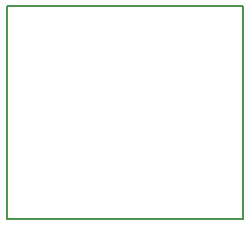
<source format=gbr>
G04 #@! TF.GenerationSoftware,KiCad,Pcbnew,(5.0.2)-1*
G04 #@! TF.CreationDate,2019-05-05T23:42:24+01:00*
G04 #@! TF.ProjectId,power-bank-upgrade,706f7765-722d-4626-916e-6b2d75706772,rev?*
G04 #@! TF.SameCoordinates,Original*
G04 #@! TF.FileFunction,Profile,NP*
%FSLAX46Y46*%
G04 Gerber Fmt 4.6, Leading zero omitted, Abs format (unit mm)*
G04 Created by KiCad (PCBNEW (5.0.2)-1) date 05/05/2019 23:42:24*
%MOMM*%
%LPD*%
G01*
G04 APERTURE LIST*
%ADD10C,0.150000*%
G04 APERTURE END LIST*
D10*
X20000000Y-172000000D02*
X20000000Y-190000000D01*
X40000000Y-172000000D02*
X20000000Y-172000000D01*
X40000000Y-190000000D02*
X40000000Y-172000000D01*
X20000000Y-190000000D02*
X40000000Y-190000000D01*
M02*

</source>
